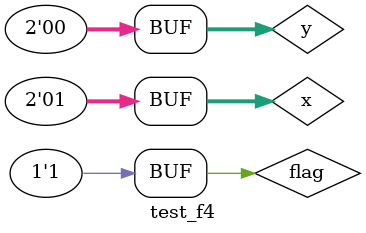
<source format=v>


// ------------------------- 
// --- selecionador
// ------------------------- 
module selecionador (output [1:0]saida, input [1:0]entrada1, input [1:0]entrada2, input chave);
   
   wire [3:0]s1;
   wire saida_not;
   
   not NOT1(saida_not, chave);
   
   and AND1(s1[0], entrada1[0], chave);
   and AND2(s1[1], entrada1[1], chave);
   
   and AND3(s1[2], entrada2[0], saida_not);
   and AND4(s1[3], entrada2[1], saida_not);
   
   or OR1(saida[0], s1[0], s1[2]);
   or OR2(saida[1], s1[1], s1[3]);

endmodule // -- selecionador

// -------------------------
// --- f4_gate
// -------------------------
module f4 ( output [3:0]s, input [1:0]a, input [1:0]b, input f);
	wire [1:0]saida_and;
   
   wire [1:0]saida_or;
	wire [1:0]saida_nand;
	wire [1:0]saida_nor;
   
   and AND1(saida_and[0], a[0], b[0]);
   and AND2(saida_and[1], a[1], b[1]);
   
   or OR1(saida_or[0], a[0], b[0]);
   or OR2(saida_or[1], a[1], b[1]);
   
   nand NAND1(saida_nand[0], a[0], b[0]);
   nand NAND2(saida_nand[1], a[1], b[1]);
   
   nor NOR1(saida_nor[0], a[0], b[0]);
   nor NOR2(saida_nor[1], a[1], b[1]);
   
   selecionador SEL1 (s[1:0], saida_nand, saida_and, f);
   selecionador SEL2 (s[3:2], saida_nor, saida_or, f);
   
endmodule // -- f4

// -------------------------
// --- modulo de teste
// -------------------------
module test_f4;
   reg  [1:0] x, y;
	reg  flag;
   
   wire [3:0] z;
   
   f4 modulo (z, x, y, flag);
   
   // -- parte principal
   initial begin
      $display("Exemplo 0033 - ANA CRISTINA - 427385");
      $display("Test LU's module");
      $display("Legenda da chave: 0-OR/AND 1-NOR/NAND \n");
      
      #1 x = 2'b01; y = 2'b10; flag = 0;
      
      $monitor("ch = %1b\t x = %2b\t y = %2b\t s0 = %2b s1 = %2b", flag, x, y, z[1:0],z[3:2]);
      #1 x = 2'b01; y = 2'b10; flag = 1;
      #1 x = 2'b11; y = 2'b00; flag = 0;
      #1 x = 2'b11; y = 2'b00; flag = 1;
      #1 x = 2'b10; y = 2'b10; flag = 0;
      #1 x = 2'b10; y = 2'b10; flag = 1;
      #1 x = 2'b01; y = 2'b00; flag = 0;
      #1 x = 2'b01; y = 2'b00; flag = 1;
   end
endmodule // -- test_f4

// -- Testes
// Exemplo 0033 - ANA CRISTINA - 427385
// Test LU's module
// Legenda da chave: 0-OR/AND 1-NOR/NAND
// ch = 0	 x = 01	 y = 10	 s0 = 00 s1 = 11
// ch = 1	 x = 01	 y = 10	 s0 = 11 s1 = 00
// ch = 0	 x = 11	 y = 00	 s0 = 00 s1 = 11
// ch = 1	 x = 11	 y = 00	 s0 = 11 s1 = 00
// ch = 0	 x = 10	 y = 10	 s0 = 10 s1 = 10
// ch = 1	 x = 10	 y = 10	 s0 = 01 s1 = 01
// ch = 0	 x = 01	 y = 00	 s0 = 00 s1 = 01
// ch = 1	 x = 01	 y = 00	 s0 = 11 s1 = 10
</source>
